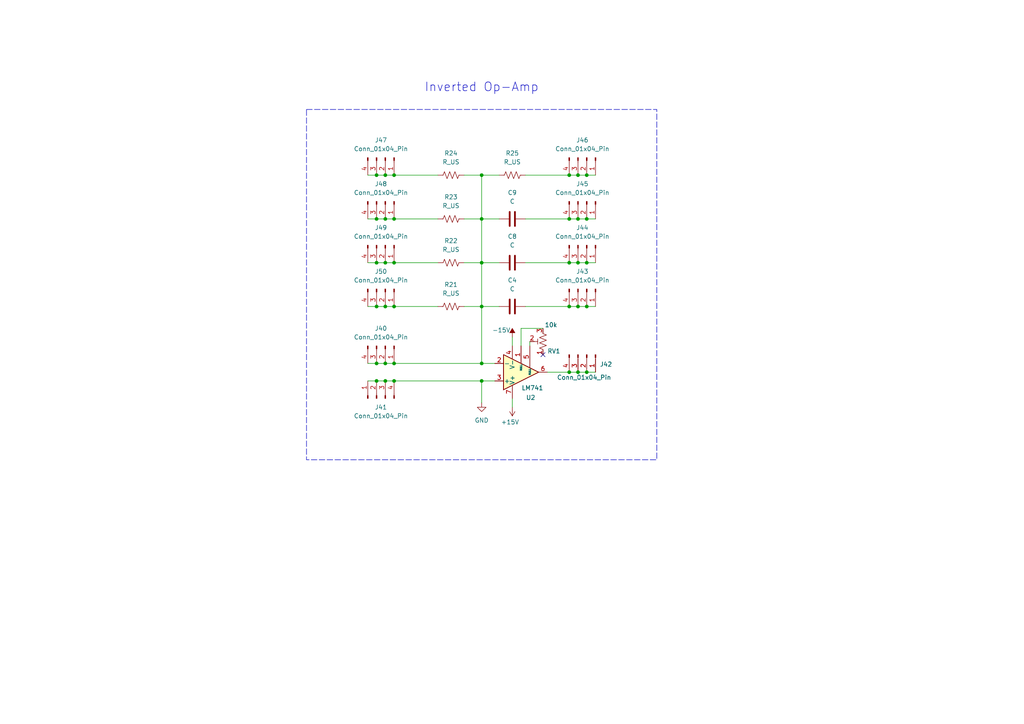
<source format=kicad_sch>
(kicad_sch (version 20250114) (generator "eeschema") (generator_version "9.0")
  (paper "A4")
  (lib_symbols
    (symbol "Amplifier_Operational:LM741" (pin_names (offset 0.127))
      (property "Reference" "U" (at 0 6.35 0))
      (property "Value" "LM741" (at 0 3.81 0))
      (symbol "LM741_0_1"
        (polyline (pts (xy -5.08 5.08) (xy 5.08 0) (xy -5.08 -5.08) (xy -5.08 5.08)) (stroke (width 0.254)) (fill (type background)))
      )
      (symbol "LM741_1_1"
        (pin input line (at -7.62 2.54 0) (length 2.54) (name "+") (number "3"))
        (pin input line (at -7.62 -2.54 0) (length 2.54) (name "-") (number "2"))
        (pin power_in line (at -2.54 7.62 270) (length 3.81) (name "V+") (number "7"))
        (pin power_in line (at -2.54 -7.62 90) (length 3.81) (name "V-") (number "4"))
        (pin no_connect line (at 0 2.54 270) (length 2.54) (hide yes) (name "NC") (number "8"))
        (pin input line (at 0 -7.62 90) (length 5.08) (name "NULL") (number "1"))
        (pin input line (at 2.54 -7.62 90) (length 6.35) (name "NULL") (number "5"))
        (pin output line (at 7.62 0 180) (length 2.54) (name "~") (number "6"))
      )
    )
    (symbol "Connector:Conn_01x04_Pin" (pin_names (offset 1.016) (hide yes))
      (property "Reference" "J" (at 0 5.08 0))
      (property "Value" "Conn_01x04_Pin" (at 0 -7.62 0))
      (symbol "Conn_01x04_Pin_1_1"
        (rectangle (start 0.8636 2.667) (end 0 2.413) (stroke (width 0.1524)) (fill (type outline)))
        (rectangle (start 0.8636 0.127) (end 0 -0.127) (stroke (width 0.1524)) (fill (type outline)))
        (rectangle (start 0.8636 -2.413) (end 0 -2.667) (stroke (width 0.1524)) (fill (type outline)))
        (rectangle (start 0.8636 -4.953) (end 0 -5.207) (stroke (width 0.1524)) (fill (type outline)))
        (polyline (pts (xy 1.27 2.54) (xy 0.8636 2.54)) (stroke (width 0.1524)))
        (polyline (pts (xy 1.27 0) (xy 0.8636 0)) (stroke (width 0.1524)))
        (polyline (pts (xy 1.27 -2.54) (xy 0.8636 -2.54)) (stroke (width 0.1524)))
        (polyline (pts (xy 1.27 -5.08) (xy 0.8636 -5.08)) (stroke (width 0.1524)))
        (pin passive line (at 5.08 2.54 180) (length 3.81) (name "Pin_1") (number "1"))
        (pin passive line (at 5.08 0 180) (length 3.81) (name "Pin_2") (number "2"))
        (pin passive line (at 5.08 -2.54 180) (length 3.81) (name "Pin_3") (number "3"))
        (pin passive line (at 5.08 -5.08 180) (length 3.81) (name "Pin_4") (number "4"))
      )
    )
    (symbol "Device:C" (pin_numbers (hide yes)) (pin_names (offset 0.254))
      (property "Reference" "C" (at 0.635 2.54 0))
      (property "Value" "C" (at 0.635 -2.54 0))
      (symbol "C_0_1"
        (polyline (pts (xy -2.032 0.762) (xy 2.032 0.762)) (stroke (width 0.508)))
        (polyline (pts (xy -2.032 -0.762) (xy 2.032 -0.762)) (stroke (width 0.508)))
      )
      (symbol "C_1_1"
        (pin passive line (at 0 3.81 270) (length 2.794) (name "~") (number "1"))
        (pin passive line (at 0 -3.81 90) (length 2.794) (name "~") (number "2"))
      )
    )
    (symbol "Device:R_Potentiometer_Trim_US" (pin_names (offset 1.016) (hide yes))
      (property "Reference" "RV" (at -4.445 0 90))
      (property "Value" "R_Potentiometer_Trim_US" (at -2.54 0 90))
      (symbol "R_Potentiometer_Trim_US_0_1"
        (polyline (pts (xy 0 2.286) (xy 0 2.54)))
        (polyline (pts (xy 0 2.286) (xy 1.016 1.905) (xy 0 1.524) (xy -1.016 1.143) (xy 0 0.762)))
        (polyline (pts (xy 0 0.762) (xy 1.016 0.381) (xy 0 0) (xy -1.016 -0.381) (xy 0 -0.762)))
        (polyline (pts (xy 0 -0.762) (xy 1.016 -1.143) (xy 0 -1.524) (xy -1.016 -1.905) (xy 0 -2.286)))
        (polyline (pts (xy 0 -2.286) (xy 0 -2.54)))
        (polyline (pts (xy 1.524 0.762) (xy 1.524 -0.762)))
        (polyline (pts (xy 2.54 0) (xy 1.524 0)))
      )
      (symbol "R_Potentiometer_Trim_US_1_1"
        (pin passive line (at 0 3.81 270) (length 1.27) (name "1") (number "1"))
        (pin passive line (at 0 -3.81 90) (length 1.27) (name "3") (number "3"))
        (pin passive line (at 3.81 0 180) (length 1.27) (name "2") (number "2"))
      )
    )
    (symbol "Device:R_US" (pin_numbers (hide yes)) (pin_names (offset 0))
      (property "Reference" "R" (at 2.54 0 90))
      (property "Value" "R_US" (at -2.54 0 90))
      (symbol "R_US_0_1"
        (polyline (pts (xy 0 2.286) (xy 0 2.54)))
        (polyline (pts (xy 0 2.286) (xy 1.016 1.905) (xy 0 1.524) (xy -1.016 1.143) (xy 0 0.762)))
        (polyline (pts (xy 0 0.762) (xy 1.016 0.381) (xy 0 0) (xy -1.016 -0.381) (xy 0 -0.762)))
        (polyline (pts (xy 0 -0.762) (xy 1.016 -1.143) (xy 0 -1.524) (xy -1.016 -1.905) (xy 0 -2.286)))
        (polyline (pts (xy 0 -2.286) (xy 0 -2.54)))
      )
      (symbol "R_US_1_1"
        (pin passive line (at 0 3.81 270) (length 1.27) (name "~") (number "1"))
        (pin passive line (at 0 -3.81 90) (length 1.27) (name "~") (number "2"))
      )
    )
    (symbol "power:+15V" (power) (pin_numbers (hide yes)) (pin_names (offset 0) (hide yes))
      (property "Value" "+15V" (at 0 3.556 0))
      (symbol "+15V_0_1"
        (polyline (pts (xy -0.762 1.27) (xy 0 2.54)))
        (polyline (pts (xy 0 2.54) (xy 0.762 1.27)))
        (polyline (pts (xy 0 0) (xy 0 2.54)))
      )
      (symbol "+15V_1_1"
        (pin power_in line (at 0 0 90) (length 0) (name "~") (number "1"))
      )
    )
    (symbol "power:-15V" (power) (pin_numbers (hide yes)) (pin_names (offset 0) (hide yes))
      (property "Value" "-15V" (at 0 3.556 0))
      (symbol "-15V_0_0"
        (pin power_in line (at 0 0 90) (length 0) (name "~") (number "1"))
      )
      (symbol "-15V_0_1"
        (polyline (pts (xy 0 0) (xy 0 1.27) (xy 0.762 1.27) (xy 0 2.54) (xy -0.762 1.27) (xy 0 1.27)) (fill (type outline)))
      )
    )
    (symbol "power:GND" (power) (pin_numbers (hide yes)) (pin_names (offset 0) (hide yes))
      (property "Value" "GND" (at 0 -3.81 0))
      (symbol "GND_0_1"
        (polyline (pts (xy 0 0) (xy 0 -1.27) (xy 1.27 -1.27) (xy 0 -2.54) (xy -1.27 -1.27) (xy 0 -1.27)))
      )
      (symbol "GND_1_1"
        (pin power_in line (at 0 0 270) (length 0) (name "~") (number "1"))
      )
    )
  )
  (rectangle (start 88.9 31.75) (end 190.5 133.35) (stroke (width 0) (type dash)))
  (text "Inverted Op-Amp\n" (at 139.7 25.4 0) (effects (font (size 2.54 2.54))))
  (junction (at 111.76 105.41))
  (junction (at 114.3 63.5))
  (junction (at 114.3 50.8))
  (junction (at 109.22 105.41))
  (junction (at 139.7 88.9))
  (junction (at 167.64 88.9))
  (junction (at 139.7 105.41))
  (junction (at 167.64 63.5))
  (junction (at 111.76 76.2))
  (junction (at 109.22 76.2))
  (junction (at 167.64 76.2))
  (junction (at 165.1 107.95))
  (junction (at 109.22 63.5))
  (junction (at 114.3 76.2))
  (junction (at 165.1 76.2))
  (junction (at 167.64 107.95))
  (junction (at 139.7 50.8))
  (junction (at 109.22 110.49))
  (junction (at 139.7 110.49))
  (junction (at 165.1 88.9))
  (junction (at 170.18 107.95))
  (junction (at 165.1 50.8))
  (junction (at 165.1 63.5))
  (junction (at 111.76 50.8))
  (junction (at 170.18 63.5))
  (junction (at 114.3 105.41))
  (junction (at 139.7 63.5))
  (junction (at 111.76 88.9))
  (junction (at 109.22 50.8))
  (junction (at 170.18 76.2))
  (junction (at 111.76 110.49))
  (junction (at 114.3 88.9))
  (junction (at 170.18 50.8))
  (junction (at 111.76 63.5))
  (junction (at 170.18 88.9))
  (junction (at 114.3 110.49))
  (junction (at 167.64 50.8))
  (junction (at 139.7 76.2))
  (junction (at 109.22 88.9))
  (no_connect (at 157.48 102.87))
  (wire (pts (xy 106.68 110.49) (xy 109.22 110.49)))
  (wire (pts (xy 153.67 99.06) (xy 153.67 100.33)))
  (wire (pts (xy 111.76 76.2) (xy 114.3 76.2)))
  (wire (pts (xy 152.4 76.2) (xy 165.1 76.2)))
  (wire (pts (xy 167.64 107.95) (xy 170.18 107.95)))
  (wire (pts (xy 106.68 63.5) (xy 109.22 63.5)))
  (wire (pts (xy 106.68 76.2) (xy 109.22 76.2)))
  (wire (pts (xy 114.3 63.5) (xy 127 63.5)))
  (wire (pts (xy 114.3 76.2) (xy 127 76.2)))
  (wire (pts (xy 139.7 63.5) (xy 144.78 63.5)))
  (wire (pts (xy 106.68 50.8) (xy 109.22 50.8)))
  (wire (pts (xy 139.7 88.9) (xy 144.78 88.9)))
  (wire (pts (xy 139.7 110.49) (xy 139.7 116.84)))
  (wire (pts (xy 165.1 107.95) (xy 167.64 107.95)))
  (wire (pts (xy 134.62 63.5) (xy 139.7 63.5)))
  (wire (pts (xy 152.4 50.8) (xy 165.1 50.8)))
  (wire (pts (xy 139.7 50.8) (xy 144.78 50.8)))
  (wire (pts (xy 111.76 63.5) (xy 114.3 63.5)))
  (wire (pts (xy 114.3 50.8) (xy 127 50.8)))
  (wire (pts (xy 106.68 105.41) (xy 109.22 105.41)))
  (wire (pts (xy 109.22 105.41) (xy 111.76 105.41)))
  (wire (pts (xy 109.22 88.9) (xy 111.76 88.9)))
  (wire (pts (xy 165.1 63.5) (xy 167.64 63.5)))
  (wire (pts (xy 114.3 105.41) (xy 139.7 105.41)))
  (wire (pts (xy 111.76 110.49) (xy 114.3 110.49)))
  (wire (pts (xy 134.62 50.8) (xy 139.7 50.8)))
  (wire (pts (xy 114.3 110.49) (xy 139.7 110.49)))
  (wire (pts (xy 165.1 50.8) (xy 167.64 50.8)))
  (wire (pts (xy 167.64 76.2) (xy 170.18 76.2)))
  (wire (pts (xy 165.1 76.2) (xy 167.64 76.2)))
  (wire (pts (xy 139.7 76.2) (xy 144.78 76.2)))
  (wire (pts (xy 106.68 88.9) (xy 109.22 88.9)))
  (wire (pts (xy 111.76 88.9) (xy 114.3 88.9)))
  (wire (pts (xy 139.7 105.41) (xy 143.51 105.41)))
  (wire (pts (xy 109.22 63.5) (xy 111.76 63.5)))
  (wire (pts (xy 139.7 50.8) (xy 139.7 63.5)))
  (wire (pts (xy 151.13 95.25) (xy 151.13 100.33)))
  (wire (pts (xy 170.18 88.9) (xy 172.72 88.9)))
  (wire (pts (xy 134.62 88.9) (xy 139.7 88.9)))
  (wire (pts (xy 151.13 95.25) (xy 157.48 95.25)))
  (wire (pts (xy 111.76 50.8) (xy 114.3 50.8)))
  (wire (pts (xy 109.22 110.49) (xy 111.76 110.49)))
  (wire (pts (xy 167.64 50.8) (xy 170.18 50.8)))
  (wire (pts (xy 139.7 88.9) (xy 139.7 105.41)))
  (wire (pts (xy 114.3 88.9) (xy 127 88.9)))
  (wire (pts (xy 134.62 76.2) (xy 139.7 76.2)))
  (wire (pts (xy 158.75 107.95) (xy 165.1 107.95)))
  (wire (pts (xy 170.18 76.2) (xy 172.72 76.2)))
  (wire (pts (xy 139.7 110.49) (xy 143.51 110.49)))
  (wire (pts (xy 167.64 63.5) (xy 170.18 63.5)))
  (wire (pts (xy 148.59 115.57) (xy 148.59 118.11)))
  (wire (pts (xy 170.18 107.95) (xy 172.72 107.95)))
  (wire (pts (xy 139.7 76.2) (xy 139.7 88.9)))
  (wire (pts (xy 170.18 50.8) (xy 172.72 50.8)))
  (wire (pts (xy 165.1 88.9) (xy 167.64 88.9)))
  (wire (pts (xy 139.7 63.5) (xy 139.7 76.2)))
  (wire (pts (xy 109.22 50.8) (xy 111.76 50.8)))
  (wire (pts (xy 111.76 105.41) (xy 114.3 105.41)))
  (wire (pts (xy 152.4 88.9) (xy 165.1 88.9)))
  (wire (pts (xy 152.4 63.5) (xy 165.1 63.5)))
  (wire (pts (xy 109.22 76.2) (xy 111.76 76.2)))
  (wire (pts (xy 170.18 63.5) (xy 172.72 63.5)))
  (wire (pts (xy 167.64 88.9) (xy 170.18 88.9)))
  (wire (pts (xy 148.59 97.79) (xy 148.59 100.33)))
  (symbol (lib_id "Connector:Conn_01x04_Pin") (at 111.76 83.82 270) (unit 1)
    (property "Reference" "J50" (at 110.49 78.74 90))
    (property "Value" "Conn_01x04_Pin" (at 110.49 81.28 90))
    (property "Footprint" "Connector_PinHeader_2.54mm:PinHeader_1x04_P2.54mm_Vertical" (effects (hide yes)))
    (property "Description" "Generic connector, single row, 01x04, script generated" (effects (hide yes)))
  )
  (symbol (lib_id "Connector:Conn_01x04_Pin") (at 170.18 71.12 270) (unit 1)
    (property "Reference" "J44" (at 168.91 66.04 90))
    (property "Value" "Conn_01x04_Pin" (at 168.91 68.58 90))
    (property "Footprint" "Connector_PinHeader_2.54mm:PinHeader_1x04_P2.54mm_Vertical" (effects (hide yes)))
    (property "Description" "Generic connector, single row, 01x04, script generated" (effects (hide yes)))
  )
  (symbol (lib_id "Connector:Conn_01x04_Pin") (at 111.76 100.33 270) (unit 1)
    (property "Reference" "J40" (at 110.49 95.25 90))
    (property "Value" "Conn_01x04_Pin" (at 110.49 97.79 90))
    (property "Footprint" "Connector_PinHeader_2.54mm:PinHeader_1x04_P2.54mm_Vertical" (effects (hide yes)))
    (property "Description" "Generic connector, single row, 01x04, script generated" (effects (hide yes)))
  )
  (symbol (lib_id "Device:C") (at 148.59 63.5 90) (unit 1)
    (property "Reference" "C9" (at 148.59 55.88 90))
    (property "Value" "C" (at 148.59 58.42 90))
    (property "Footprint" "Capacitor_THT:C_Disc_D5.0mm_W2.5mm_P5.00mm" (effects (hide yes)))
    (property "Description" "Unpolarized capacitor" (effects (hide yes)))
  )
  (symbol (lib_id "Device:R_US") (at 130.81 88.9 90) (unit 1)
    (property "Reference" "R21" (at 130.81 82.55 90))
    (property "Value" "R_US" (at 130.81 85.09 90))
    (property "Footprint" "Resistor_THT:R_Axial_DIN0207_L6.3mm_D2.5mm_P10.16mm_Horizontal" (effects (hide yes)))
    (property "Description" "Resistor, US symbol" (effects (hide yes)))
  )
  (symbol (lib_id "Device:R_Potentiometer_Trim_US") (at 157.48 99.06 180) (unit 1)
    (property "Reference" "RV1" (at 158.75 101.854 0) (effects (justify right)))
    (property "Value" "10k" (at 157.988 94.234 0) (effects (justify right)))
    (property "Footprint" "Potentiometer_THT:Potentiometer_Runtron_RM-065_Vertical" (effects (hide yes)))
    (property "Description" "Trim-potentiometer, US symbol" (effects (hide yes)))
  )
  (symbol (lib_id "Connector:Conn_01x04_Pin") (at 111.76 45.72 270) (unit 1)
    (property "Reference" "J47" (at 110.49 40.64 90))
    (property "Value" "Conn_01x04_Pin" (at 110.49 43.18 90))
    (property "Footprint" "Connector_PinHeader_2.54mm:PinHeader_1x04_P2.54mm_Vertical" (effects (hide yes)))
    (property "Description" "Generic connector, single row, 01x04, script generated" (effects (hide yes)))
  )
  (symbol (lib_id "Device:R_US") (at 148.59 50.8 90) (unit 1)
    (property "Reference" "R25" (at 148.59 44.45 90))
    (property "Value" "R_US" (at 148.59 46.99 90))
    (property "Footprint" "Resistor_THT:R_Axial_DIN0207_L6.3mm_D2.5mm_P10.16mm_Horizontal" (effects (hide yes)))
    (property "Description" "Resistor, US symbol" (effects (hide yes)))
  )
  (symbol (lib_id "Device:R_US") (at 130.81 76.2 90) (unit 1)
    (property "Reference" "R22" (at 130.81 69.85 90))
    (property "Value" "R_US" (at 130.81 72.39 90))
    (property "Footprint" "Resistor_THT:R_Axial_DIN0207_L6.3mm_D2.5mm_P10.16mm_Horizontal" (effects (hide yes)))
    (property "Description" "Resistor, US symbol" (effects (hide yes)))
  )
  (symbol (lib_id "power:+15V") (at 148.59 118.11 180) (unit 1)
    (property "Reference" "#PWR03" (effects (hide yes)))
    (property "Value" "+15V" (at 145.288 122.428 0) (effects (justify right)))
    (property "Description" "Power symbol creates a global label with name \"+15V\"" (effects (hide yes)))
  )
  (symbol (lib_id "Connector:Conn_01x04_Pin") (at 170.18 58.42 270) (unit 1)
    (property "Reference" "J45" (at 168.91 53.34 90))
    (property "Value" "Conn_01x04_Pin" (at 168.91 55.88 90))
    (property "Footprint" "Connector_PinHeader_2.54mm:PinHeader_1x04_P2.54mm_Vertical" (effects (hide yes)))
    (property "Description" "Generic connector, single row, 01x04, script generated" (effects (hide yes)))
  )
  (symbol (lib_id "Device:R_US") (at 130.81 63.5 90) (unit 1)
    (property "Reference" "R23" (at 130.81 57.15 90))
    (property "Value" "R_US" (at 130.81 59.69 90))
    (property "Footprint" "Resistor_THT:R_Axial_DIN0207_L6.3mm_D2.5mm_P10.16mm_Horizontal" (effects (hide yes)))
    (property "Description" "Resistor, US symbol" (effects (hide yes)))
  )
  (symbol (lib_id "power:-15V") (at 148.59 97.79 0) (unit 1)
    (property "Reference" "#PWR04" (effects (hide yes)))
    (property "Value" "-15V" (at 142.748 95.758 0) (effects (justify left)))
    (property "Description" "Power symbol creates a global label with name \"-15V\"" (effects (hide yes)))
  )
  (symbol (lib_id "Connector:Conn_01x04_Pin") (at 111.76 71.12 270) (unit 1)
    (property "Reference" "J49" (at 110.49 66.04 90))
    (property "Value" "Conn_01x04_Pin" (at 110.49 68.58 90))
    (property "Footprint" "Connector_PinHeader_2.54mm:PinHeader_1x04_P2.54mm_Vertical" (effects (hide yes)))
    (property "Description" "Generic connector, single row, 01x04, script generated" (effects (hide yes)))
  )
  (symbol (lib_id "Device:C") (at 148.59 76.2 90) (unit 1)
    (property "Reference" "C8" (at 148.59 68.58 90))
    (property "Value" "C" (at 148.59 71.12 90))
    (property "Footprint" "Capacitor_THT:C_Disc_D5.0mm_W2.5mm_P5.00mm" (effects (hide yes)))
    (property "Description" "Unpolarized capacitor" (effects (hide yes)))
  )
  (symbol (lib_id "Connector:Conn_01x04_Pin") (at 111.76 58.42 270) (unit 1)
    (property "Reference" "J48" (at 110.49 53.34 90))
    (property "Value" "Conn_01x04_Pin" (at 110.49 55.88 90))
    (property "Footprint" "Connector_PinHeader_2.54mm:PinHeader_1x04_P2.54mm_Vertical" (effects (hide yes)))
    (property "Description" "Generic connector, single row, 01x04, script generated" (effects (hide yes)))
  )
  (symbol (lib_id "Connector:Conn_01x04_Pin") (at 170.18 45.72 270) (unit 1)
    (property "Reference" "J46" (at 168.91 40.64 90))
    (property "Value" "Conn_01x04_Pin" (at 168.91 43.18 90))
    (property "Footprint" "Connector_PinHeader_2.54mm:PinHeader_1x04_P2.54mm_Vertical" (effects (hide yes)))
    (property "Description" "Generic connector, single row, 01x04, script generated" (effects (hide yes)))
  )
  (symbol (lib_id "Device:R_US") (at 130.81 50.8 90) (unit 1)
    (property "Reference" "R24" (at 130.81 44.45 90))
    (property "Value" "R_US" (at 130.81 46.99 90))
    (property "Footprint" "Resistor_THT:R_Axial_DIN0207_L6.3mm_D2.5mm_P10.16mm_Horizontal" (effects (hide yes)))
    (property "Description" "Resistor, US symbol" (effects (hide yes)))
  )
  (symbol (lib_id "Amplifier_Operational:LM741") (at 151.13 107.95 0) (mirror x) (unit 1)
    (property "Reference" "U2" (at 153.924 115.316 0))
    (property "Value" "LM741" (at 154.432 112.522 0))
    (property "Footprint" "Package_DIP:DIP-8_W7.62mm_LongPads" (effects (hide yes)))
    (property "Datasheet" "http://www.ti.com/lit/ds/symlink/lm741.pdf" (effects (hide yes)))
    (property "Description" "Operational Amplifier, DIP-8/TO-99-8" (effects (hide yes)))
  )
  (symbol (lib_id "Connector:Conn_01x04_Pin") (at 109.22 115.57 90) (unit 1)
    (property "Reference" "J41" (at 110.49 118.11 90))
    (property "Value" "Conn_01x04_Pin" (at 110.49 120.65 90))
    (property "Footprint" "Connector_PinHeader_2.54mm:PinHeader_1x04_P2.54mm_Vertical" (effects (hide yes)))
    (property "Description" "Generic connector, single row, 01x04, script generated" (effects (hide yes)))
  )
  (symbol (lib_id "Connector:Conn_01x04_Pin") (at 170.18 83.82 270) (unit 1)
    (property "Reference" "J43" (at 168.91 78.74 90))
    (property "Value" "Conn_01x04_Pin" (at 168.91 81.28 90))
    (property "Footprint" "Connector_PinHeader_2.54mm:PinHeader_1x04_P2.54mm_Vertical" (effects (hide yes)))
    (property "Description" "Generic connector, single row, 01x04, script generated" (effects (hide yes)))
  )
  (symbol (lib_id "Device:C") (at 148.59 88.9 90) (unit 1)
    (property "Reference" "C4" (at 148.59 81.28 90))
    (property "Value" "C" (at 148.59 83.82 90))
    (property "Footprint" "Capacitor_THT:C_Disc_D5.0mm_W2.5mm_P5.00mm" (effects (hide yes)))
    (property "Description" "Unpolarized capacitor" (effects (hide yes)))
  )
  (symbol (lib_id "Connector:Conn_01x04_Pin") (at 170.18 102.87 270) (unit 1)
    (property "Reference" "J42" (at 175.768 105.664 90))
    (property "Value" "Conn_01x04_Pin" (at 169.418 109.474 90))
    (property "Footprint" "Connector_PinHeader_2.54mm:PinHeader_1x04_P2.54mm_Vertical" (effects (hide yes)))
    (property "Description" "Generic connector, single row, 01x04, script generated" (effects (hide yes)))
  )
  (symbol (lib_id "power:GND") (at 139.7 116.84 0) (unit 1)
    (property "Reference" "#PWR05" (effects (hide yes)))
    (property "Value" "GND" (at 139.7 121.92 0))
    (property "Description" "Power symbol creates a global label with name \"GND\" , ground" (effects (hide yes)))
  )
)
</source>
